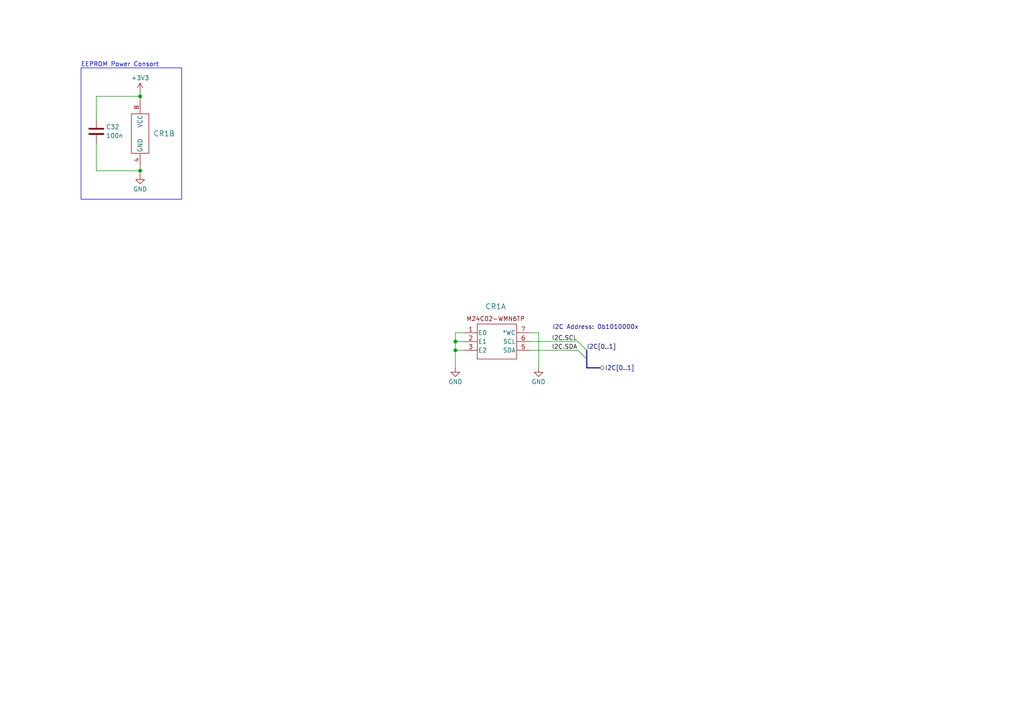
<source format=kicad_sch>
(kicad_sch (version 20250114) (generator "eeschema") (generator_version "9.0")
  (paper "A4")
  (lib_symbols
    (symbol "Device:C" (pin_numbers (hide yes)) (pin_names (offset 0.254))
      (property "Reference" "C" (at 0.635 2.54 0))
      (property "Value" "C" (at 0.635 -2.54 0))
      (symbol "C_0_1"
        (polyline (pts (xy -2.032 0.762) (xy 2.032 0.762)) (stroke (width 0.508)))
        (polyline (pts (xy -2.032 -0.762) (xy 2.032 -0.762)) (stroke (width 0.508)))
      )
      (symbol "C_1_1"
        (pin passive line (at 0 3.81 270) (length 2.794) (name "~") (number "1"))
        (pin passive line (at 0 -3.81 90) (length 2.794) (name "~") (number "2"))
      )
    )
    (symbol "hagzey_symbols:eeprom_M24C02-WMN6TP" (pin_names (offset 0.254))
      (property "Reference" "CR" (at 20.32 9.906 0))
      (symbol "eeprom_M24C02-WMN6TP_1_1"
        (rectangle (start 15.24 5.08) (end 26.67 -5.08))
        (text "M24C02-WMN6TP" (at 20.574 6.604 0) (effects (font (size 1.27 1.27))))
        (pin unspecified line (at 11.43 2.54 0) (length 3.81) (name "E0") (number "1"))
        (pin unspecified line (at 11.43 0 0) (length 3.81) (name "E1") (number "2"))
        (pin unspecified line (at 11.43 -2.54 0) (length 3.81) (name "E2") (number "3"))
        (pin input line (at 30.48 2.54 180) (length 3.81) (name "*WC") (number "7"))
        (pin input line (at 30.48 0 180) (length 3.81) (name "SCL") (number "6"))
        (pin bidirectional line (at 30.48 -2.54 180) (length 3.81) (name "SDA") (number "5"))
      )
      (symbol "eeprom_M24C02-WMN6TP_2_1"
        (rectangle (start 12.7 15.24) (end 17.78 3.81))
        (pin power_in line (at 15.24 19.05 270) (length 3.81) (name "VCC") (number "8"))
        (pin power_in line (at 15.24 0 90) (length 3.81) (name "GND") (number "4"))
      )
    )
    (symbol "power:+3V3" (power) (pin_numbers (hide yes)) (pin_names (offset 0) (hide yes))
      (property "Value" "+3V3" (at 0 3.556 0))
      (symbol "+3V3_0_1"
        (polyline (pts (xy -0.762 1.27) (xy 0 2.54)))
        (polyline (pts (xy 0 2.54) (xy 0.762 1.27)))
        (polyline (pts (xy 0 0) (xy 0 2.54)))
      )
      (symbol "+3V3_1_1"
        (pin power_in line (at 0 0 90) (length 0) (name "~") (number "1"))
      )
    )
    (symbol "power:GND" (power) (pin_numbers (hide yes)) (pin_names (offset 0) (hide yes))
      (property "Value" "GND" (at 0 -3.81 0))
      (symbol "GND_0_1"
        (polyline (pts (xy 0 0) (xy 0 -1.27) (xy 1.27 -1.27) (xy 0 -2.54) (xy -1.27 -1.27) (xy 0 -1.27)))
      )
      (symbol "GND_1_1"
        (pin power_in line (at 0 0 270) (length 0) (name "~") (number "1"))
      )
    )
  )
  (rectangle (start 23.495 19.685) (end 52.705 57.785))
  (text "EEPROM Power Consort" (at 34.798 18.796 0) (effects (font (size 1.27 1.27))))
  (text "I2C Address: 0b1010000x\n" (at 172.72 94.996 0) (effects (font (size 1.27 1.27))))
  (junction (at 132.08 99.06))
  (junction (at 132.08 101.6))
  (junction (at 40.64 49.53))
  (junction (at 40.64 27.94))
  (bus_entry (at 167.64 101.6) (size 2.54 2.54))
  (bus_entry (at 167.64 99.06) (size 2.54 2.54))
  (wire (pts (xy 153.67 101.6) (xy 167.64 101.6)))
  (bus (pts (xy 170.18 104.14) (xy 170.18 106.68)))
  (wire (pts (xy 156.21 106.68) (xy 156.21 96.52)))
  (wire (pts (xy 132.08 96.52) (xy 132.08 99.06)))
  (wire (pts (xy 27.94 49.53) (xy 40.64 49.53)))
  (wire (pts (xy 40.64 48.26) (xy 40.64 49.53)))
  (wire (pts (xy 40.64 49.53) (xy 40.64 50.8)))
  (wire (pts (xy 156.21 96.52) (xy 153.67 96.52)))
  (wire (pts (xy 40.64 27.94) (xy 40.64 26.67)))
  (wire (pts (xy 132.08 99.06) (xy 134.62 99.06)))
  (wire (pts (xy 132.08 101.6) (xy 132.08 106.68)))
  (wire (pts (xy 132.08 99.06) (xy 132.08 101.6)))
  (wire (pts (xy 132.08 101.6) (xy 134.62 101.6)))
  (wire (pts (xy 27.94 41.91) (xy 27.94 49.53)))
  (bus (pts (xy 170.18 106.68) (xy 173.99 106.68)))
  (wire (pts (xy 27.94 27.94) (xy 40.64 27.94)))
  (bus (pts (xy 170.18 101.6) (xy 170.18 104.14)))
  (wire (pts (xy 40.64 27.94) (xy 40.64 29.21)))
  (wire (pts (xy 134.62 96.52) (xy 132.08 96.52)))
  (wire (pts (xy 27.94 34.29) (xy 27.94 27.94)))
  (wire (pts (xy 153.67 99.06) (xy 167.64 99.06)))
  (label "I2C.SCL" (at 160.02 99.06 0))
  (label "I2C.SDA" (at 160.02 101.6 0))
  (label "I2C[0..1]" (at 170.18 101.6 0))
  (hierarchical_label "I2C[0..1]" (shape bidirectional) (at 173.99 106.68 0))
  (symbol (lib_id "power:+3V3") (at 40.64 26.67 0) (unit 1)
    (property "Reference" "#PWR040" (effects (hide yes)))
    (property "Value" "+3V3" (at 40.64 22.606 0))
    (property "Description" "Power symbol creates a global label with name \"+3V3\"" (effects (hide yes)))
  )
  (symbol (lib_id "Device:C") (at 27.94 38.1 0) (unit 1)
    (property "Reference" "C32" (at 30.734 36.83 0) (effects (justify left)))
    (property "Value" "100n" (at 30.734 39.37 0) (effects (justify left)))
    (property "Footprint" "Capacitor_SMD:C_0603_1608Metric" (effects (hide yes)))
    (property "Description" "Unpolarized capacitor" (effects (hide yes)))
  )
  (symbol (lib_id "power:GND") (at 40.64 50.8 0) (unit 1)
    (property "Reference" "#PWR041" (effects (hide yes)))
    (property "Value" "GND" (at 40.64 54.864 0))
    (property "Description" "Power symbol creates a global label with name \"GND\" , ground" (effects (hide yes)))
  )
  (symbol (lib_id "power:GND") (at 132.08 106.68 0) (unit 1)
    (property "Reference" "#PWR066" (effects (hide yes)))
    (property "Value" "GND" (at 132.08 110.744 0))
    (property "Description" "Power symbol creates a global label with name \"GND\" , ground" (effects (hide yes)))
  )
  (symbol (lib_id "power:GND") (at 156.21 106.68 0) (unit 1)
    (property "Reference" "#PWR01" (effects (hide yes)))
    (property "Value" "GND" (at 156.21 110.744 0))
    (property "Description" "Power symbol creates a global label with name \"GND\" , ground" (effects (hide yes)))
  )
  (symbol (lib_id "hagzey_symbols:eeprom_M24C02-WMN6TP") (at 123.19 99.06 0) (unit 1)
    (property "Reference" "CR1" (at 143.764 88.9 0) (effects (font (size 1.524 1.524))))
    (property "Value" "eeprom_M24C02-WMN6TP" (effects (hide yes)))
    (property "Footprint" "hagzey_footprints:eeprom_M24C02_WMN6TP" (effects (hide yes)))
    (property "Datasheet" "kicad-embed://eeprom_M24C02_WMN6TP.pdf" (effects (hide yes)))
  )
  (symbol (lib_id "hagzey_symbols:eeprom_M24C02-WMN6TP") (at 25.4 48.26 0) (unit 2)
    (property "Reference" "CR1" (at 44.45 38.7349 0) (effects (font (size 1.524 1.524)) (justify left)))
    (property "Value" "eeprom_M24C02-WMN6TP" (effects (hide yes)))
    (property "Footprint" "hagzey_footprints:eeprom_M24C02_WMN6TP" (effects (hide yes)))
    (property "Datasheet" "kicad-embed://eeprom_M24C02_WMN6TP.pdf" (effects (hide yes)))
  )
)
</source>
